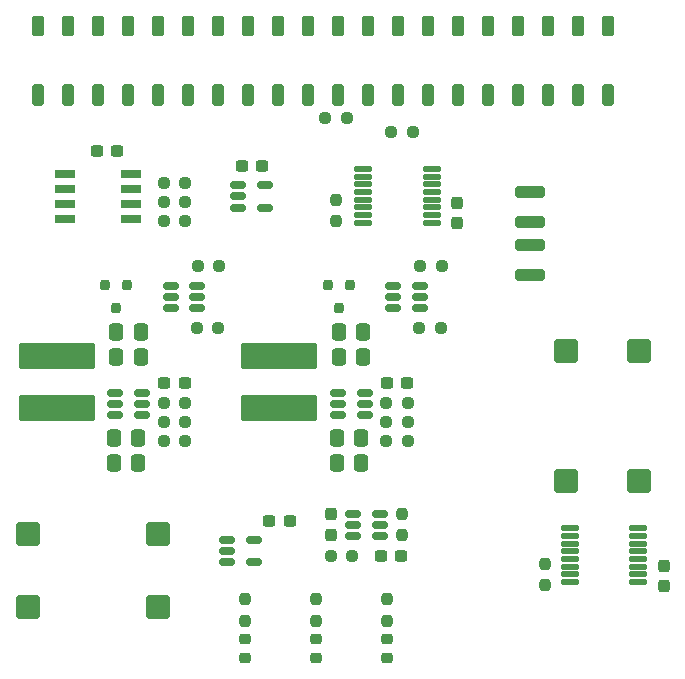
<source format=gtp>
G04 #@! TF.GenerationSoftware,KiCad,Pcbnew,8.0.9-8.0.9-0~ubuntu24.04.1*
G04 #@! TF.CreationDate,2025-06-09T20:21:32+02:00*
G04 #@! TF.ProjectId,rpi_power_warden_hat,7270695f-706f-4776-9572-5f7761726465,rev?*
G04 #@! TF.SameCoordinates,Original*
G04 #@! TF.FileFunction,Paste,Top*
G04 #@! TF.FilePolarity,Positive*
%FSLAX46Y46*%
G04 Gerber Fmt 4.6, Leading zero omitted, Abs format (unit mm)*
G04 Created by KiCad (PCBNEW 8.0.9-8.0.9-0~ubuntu24.04.1) date 2025-06-09 20:21:32*
%MOMM*%
%LPD*%
G01*
G04 APERTURE LIST*
G04 Aperture macros list*
%AMRoundRect*
0 Rectangle with rounded corners*
0 $1 Rounding radius*
0 $2 $3 $4 $5 $6 $7 $8 $9 X,Y pos of 4 corners*
0 Add a 4 corners polygon primitive as box body*
4,1,4,$2,$3,$4,$5,$6,$7,$8,$9,$2,$3,0*
0 Add four circle primitives for the rounded corners*
1,1,$1+$1,$2,$3*
1,1,$1+$1,$4,$5*
1,1,$1+$1,$6,$7*
1,1,$1+$1,$8,$9*
0 Add four rect primitives between the rounded corners*
20,1,$1+$1,$2,$3,$4,$5,0*
20,1,$1+$1,$4,$5,$6,$7,0*
20,1,$1+$1,$6,$7,$8,$9,0*
20,1,$1+$1,$8,$9,$2,$3,0*%
G04 Aperture macros list end*
%ADD10RoundRect,0.237500X0.250000X0.237500X-0.250000X0.237500X-0.250000X-0.237500X0.250000X-0.237500X0*%
%ADD11RoundRect,0.237500X-0.250000X-0.237500X0.250000X-0.237500X0.250000X0.237500X-0.250000X0.237500X0*%
%ADD12RoundRect,0.250000X-0.337500X-0.475000X0.337500X-0.475000X0.337500X0.475000X-0.337500X0.475000X0*%
%ADD13RoundRect,0.237500X-0.237500X0.250000X-0.237500X-0.250000X0.237500X-0.250000X0.237500X0.250000X0*%
%ADD14RoundRect,0.218750X0.256250X-0.218750X0.256250X0.218750X-0.256250X0.218750X-0.256250X-0.218750X0*%
%ADD15RoundRect,0.237500X0.237500X-0.250000X0.237500X0.250000X-0.237500X0.250000X-0.237500X-0.250000X0*%
%ADD16RoundRect,0.188596X3.061404X-0.886404X3.061404X0.886404X-3.061404X0.886404X-3.061404X-0.886404X0*%
%ADD17RoundRect,0.200000X-0.200000X0.250000X-0.200000X-0.250000X0.200000X-0.250000X0.200000X0.250000X0*%
%ADD18RoundRect,0.250000X0.750000X-0.750000X0.750000X0.750000X-0.750000X0.750000X-0.750000X-0.750000X0*%
%ADD19RoundRect,0.150000X-0.512500X-0.150000X0.512500X-0.150000X0.512500X0.150000X-0.512500X0.150000X0*%
%ADD20RoundRect,0.250000X1.000000X-0.250000X1.000000X0.250000X-1.000000X0.250000X-1.000000X-0.250000X0*%
%ADD21RoundRect,0.237500X-0.300000X-0.237500X0.300000X-0.237500X0.300000X0.237500X-0.300000X0.237500X0*%
%ADD22RoundRect,0.150000X0.360000X0.740000X-0.360000X0.740000X-0.360000X-0.740000X0.360000X-0.740000X0*%
%ADD23RoundRect,0.150000X0.360000X0.705000X-0.360000X0.705000X-0.360000X-0.705000X0.360000X-0.705000X0*%
%ADD24RoundRect,0.237500X0.237500X-0.300000X0.237500X0.300000X-0.237500X0.300000X-0.237500X-0.300000X0*%
%ADD25RoundRect,0.150000X0.512500X0.150000X-0.512500X0.150000X-0.512500X-0.150000X0.512500X-0.150000X0*%
%ADD26RoundRect,0.237500X0.300000X0.237500X-0.300000X0.237500X-0.300000X-0.237500X0.300000X-0.237500X0*%
%ADD27RoundRect,0.081250X-0.793750X-0.243750X0.793750X-0.243750X0.793750X0.243750X-0.793750X0.243750X0*%
%ADD28RoundRect,0.237500X-0.237500X0.300000X-0.237500X-0.300000X0.237500X-0.300000X0.237500X0.300000X0*%
%ADD29RoundRect,0.250000X-0.750000X-0.750000X0.750000X-0.750000X0.750000X0.750000X-0.750000X0.750000X0*%
%ADD30RoundRect,0.112500X-0.637500X-0.112500X0.637500X-0.112500X0.637500X0.112500X-0.637500X0.112500X0*%
G04 APERTURE END LIST*
D10*
X166660780Y-104534121D03*
X164835780Y-104534121D03*
D11*
X159661779Y-78838321D03*
X161486779Y-78838321D03*
D12*
X160611059Y-105889200D03*
X162686059Y-105889200D03*
D13*
X152889279Y-119584021D03*
X152889279Y-121409021D03*
D10*
X147804679Y-87572094D03*
X145979679Y-87572094D03*
D14*
X152863879Y-124509821D03*
X152863879Y-122934821D03*
D15*
X178252079Y-118399621D03*
X178252079Y-116574621D03*
D12*
X160611059Y-108048200D03*
X162686059Y-108048200D03*
D11*
X164835780Y-106159721D03*
X166660780Y-106159721D03*
D10*
X150664579Y-91332921D03*
X148839579Y-91332921D03*
D16*
X136901479Y-103339921D03*
X136901479Y-98989921D03*
D17*
X142901479Y-92922521D03*
X141001479Y-92922521D03*
X141951479Y-94922521D03*
D10*
X169436580Y-96589121D03*
X167611580Y-96589121D03*
D18*
X186245079Y-109514321D03*
X180045079Y-109514321D03*
X186245079Y-98514321D03*
X180045079Y-98514321D03*
D19*
X160716759Y-102072400D03*
X160716759Y-103022400D03*
X160716759Y-103972400D03*
X162986759Y-103972400D03*
X162986759Y-103022400D03*
X162986759Y-102072400D03*
D11*
X160133879Y-115922721D03*
X161958879Y-115922721D03*
D10*
X169511180Y-91332921D03*
X167686180Y-91332921D03*
D12*
X141955379Y-99060521D03*
X144030379Y-99060521D03*
D20*
X176986479Y-92082921D03*
X176986479Y-89582921D03*
X176986479Y-87582921D03*
X176986479Y-85082921D03*
D15*
X160574279Y-87550821D03*
X160574279Y-85725821D03*
D19*
X141870158Y-102072400D03*
X141870158Y-103022400D03*
X141870158Y-103972400D03*
X144140158Y-103972400D03*
X144140158Y-103022400D03*
X144140158Y-102072400D03*
X161994400Y-112331121D03*
X161994400Y-113281121D03*
X161994400Y-114231121D03*
X164264400Y-114231121D03*
X164264400Y-113281121D03*
X164264400Y-112331121D03*
D21*
X164885780Y-101282921D03*
X166610780Y-101282921D03*
X146039179Y-101282921D03*
X147764179Y-101282921D03*
D10*
X166660780Y-102908521D03*
X164835780Y-102908521D03*
D21*
X164346900Y-115922721D03*
X166071900Y-115922721D03*
D12*
X141955379Y-96900921D03*
X144030379Y-96900921D03*
D14*
X164863879Y-124509821D03*
X164863879Y-122934821D03*
D16*
X155711759Y-103339921D03*
X155711759Y-98989921D03*
D10*
X167086779Y-80038321D03*
X165261779Y-80038321D03*
D15*
X166129400Y-114143621D03*
X166129400Y-112318621D03*
D14*
X158863879Y-124509821D03*
X158863879Y-122934821D03*
D22*
X135295599Y-76835001D03*
D23*
X135295599Y-71015001D03*
D22*
X137835599Y-76835001D03*
D23*
X137835599Y-71015001D03*
D22*
X140375599Y-76835001D03*
D23*
X140375599Y-71015001D03*
D22*
X142915599Y-76835001D03*
D23*
X142915599Y-71015001D03*
D22*
X145455599Y-76835001D03*
D23*
X145455599Y-71015001D03*
D22*
X147995599Y-76835001D03*
D23*
X147995599Y-71015001D03*
D22*
X150535599Y-76835001D03*
D23*
X150535599Y-71015001D03*
D22*
X153075599Y-76835001D03*
D23*
X153075599Y-71015001D03*
D22*
X155615599Y-76835001D03*
D23*
X155615599Y-71015001D03*
D22*
X158155599Y-76835001D03*
D23*
X158155599Y-71015001D03*
D22*
X160695599Y-76835001D03*
D23*
X160695599Y-71015001D03*
D22*
X163235599Y-76835001D03*
D23*
X163235599Y-71015001D03*
D22*
X165775599Y-76835001D03*
D23*
X165775599Y-71015001D03*
D22*
X168315599Y-76835001D03*
D23*
X168315599Y-71015001D03*
D22*
X170855599Y-76835001D03*
D23*
X170855599Y-71015001D03*
D22*
X173395599Y-76835001D03*
D23*
X173395599Y-71015001D03*
D22*
X175935599Y-76835001D03*
D23*
X175935599Y-71015001D03*
D22*
X178475599Y-76835001D03*
D23*
X178475599Y-71015001D03*
D22*
X181015599Y-76835001D03*
D23*
X181015599Y-71015001D03*
D22*
X183555599Y-76835001D03*
D23*
X183555599Y-71015001D03*
D24*
X170791080Y-87712221D03*
X170791080Y-85987221D03*
D25*
X148836279Y-94923321D03*
X148836279Y-93973321D03*
X148836279Y-93023321D03*
X146566279Y-93023321D03*
X146566279Y-93973321D03*
X146566279Y-94923321D03*
D13*
X164889279Y-119584021D03*
X164889279Y-121409021D03*
D11*
X145989179Y-106159721D03*
X147814179Y-106159721D03*
D13*
X158889279Y-119584021D03*
X158889279Y-121409021D03*
D12*
X160801980Y-99060521D03*
X162876980Y-99060521D03*
X160801980Y-96900921D03*
X162876980Y-96900921D03*
D26*
X156636779Y-112938321D03*
X154911779Y-112938321D03*
D10*
X147814179Y-104534121D03*
X145989179Y-104534121D03*
D26*
X142036779Y-81638321D03*
X140311779Y-81638321D03*
D27*
X137648079Y-83556494D03*
X137648079Y-84826494D03*
X137648079Y-86096494D03*
X137648079Y-87366494D03*
X143248079Y-87366494D03*
X143248079Y-86096494D03*
X143248079Y-84826494D03*
X143248079Y-83556494D03*
D10*
X147804679Y-85946094D03*
X145979679Y-85946094D03*
D28*
X160133879Y-112368621D03*
X160133879Y-114093621D03*
D10*
X147814179Y-102908521D03*
X145989179Y-102908521D03*
X150589979Y-96589121D03*
X148764979Y-96589121D03*
D29*
X134500000Y-120250000D03*
X134500000Y-114050000D03*
X145500000Y-120250000D03*
X145500000Y-114050000D03*
D19*
X152262979Y-84508721D03*
X152262979Y-85458721D03*
X152262979Y-86408721D03*
X154537979Y-86408721D03*
X154537979Y-84508721D03*
D24*
X188303879Y-118449621D03*
X188303879Y-116724621D03*
D12*
X141764458Y-105889200D03*
X143839458Y-105889200D03*
D21*
X152608958Y-82924194D03*
X154333958Y-82924194D03*
D30*
X180373279Y-113562121D03*
X180373279Y-114212121D03*
X180373279Y-114862121D03*
X180373279Y-115512121D03*
X180373279Y-116162121D03*
X180373279Y-116812121D03*
X180373279Y-117462121D03*
X180373279Y-118112121D03*
X186173279Y-118112121D03*
X186173279Y-117462121D03*
X186173279Y-116812121D03*
X186173279Y-116162121D03*
X186173279Y-115512121D03*
X186173279Y-114862121D03*
X186173279Y-114212121D03*
X186173279Y-113562121D03*
D25*
X167682880Y-94923321D03*
X167682880Y-93973321D03*
X167682880Y-93023321D03*
X165412880Y-93023321D03*
X165412880Y-93973321D03*
X165412880Y-94923321D03*
D19*
X151333406Y-114538275D03*
X151333406Y-115488275D03*
X151333406Y-116438275D03*
X153608406Y-116438275D03*
X153608406Y-114538275D03*
D12*
X141764458Y-108048200D03*
X143839458Y-108048200D03*
D30*
X162860480Y-83124721D03*
X162860480Y-83774721D03*
X162860480Y-84424721D03*
X162860480Y-85074721D03*
X162860480Y-85724721D03*
X162860480Y-86374721D03*
X162860480Y-87024721D03*
X162860480Y-87674721D03*
X168660480Y-87674721D03*
X168660480Y-87024721D03*
X168660480Y-86374721D03*
X168660480Y-85724721D03*
X168660480Y-85074721D03*
X168660480Y-84424721D03*
X168660480Y-83774721D03*
X168660480Y-83124721D03*
D10*
X147804679Y-84320094D03*
X145979679Y-84320094D03*
D17*
X161748080Y-92922521D03*
X159848080Y-92922521D03*
X160798080Y-94922521D03*
M02*

</source>
